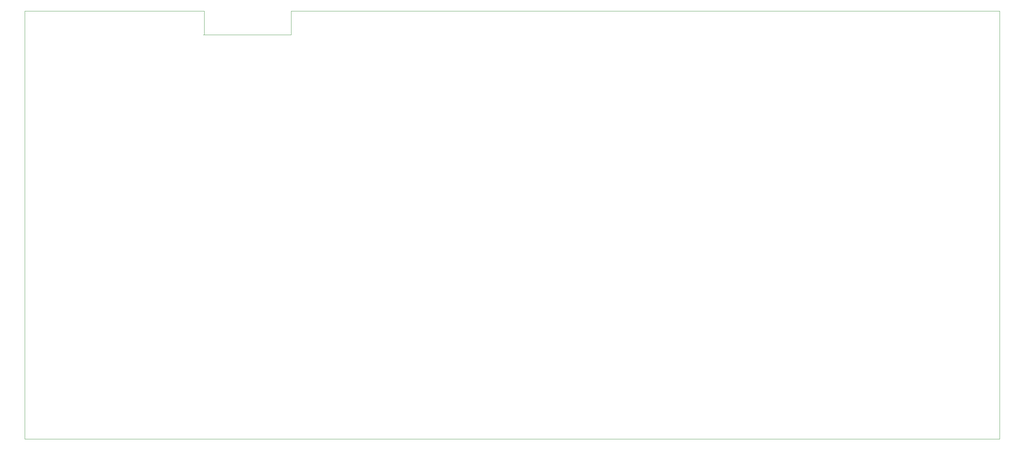
<source format=gbr>
%TF.GenerationSoftware,KiCad,Pcbnew,(6.0.9)*%
%TF.CreationDate,2022-12-12T15:43:42+01:00*%
%TF.ProjectId,BigFoot-Enclosure,42696746-6f6f-4742-9d45-6e636c6f7375,rev?*%
%TF.SameCoordinates,Original*%
%TF.FileFunction,Profile,NP*%
%FSLAX46Y46*%
G04 Gerber Fmt 4.6, Leading zero omitted, Abs format (unit mm)*
G04 Created by KiCad (PCBNEW (6.0.9)) date 2022-12-12 15:43:42*
%MOMM*%
%LPD*%
G01*
G04 APERTURE LIST*
%TA.AperFunction,Profile*%
%ADD10C,0.100000*%
%TD*%
G04 APERTURE END LIST*
D10*
X72410000Y-48000000D02*
X94700000Y-48000000D01*
X72700000Y-42000000D02*
X72700000Y-48000000D01*
X274200000Y-42000000D02*
X274200000Y-150500000D01*
X27200000Y-42000000D02*
X72700000Y-42000000D01*
X94700000Y-42000000D02*
X274200000Y-42000000D01*
X27200000Y-150500000D02*
X27200000Y-42000000D01*
X274200000Y-150500000D02*
X27200000Y-150500000D01*
X94700000Y-48000000D02*
X94700000Y-42000000D01*
M02*

</source>
